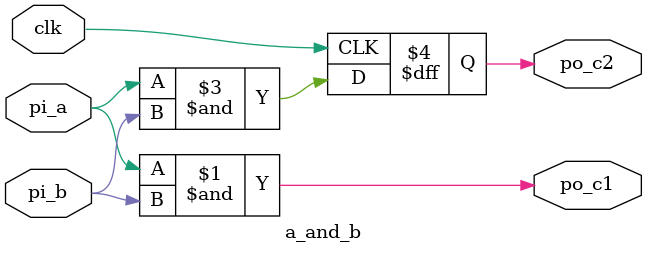
<source format=v>

module a_and_b(
input wire pi_a,
input wire pi_b,
input wire clk,
output wire po_c1,// 组合逻辑
output reg po_c2 //时序逻辑
	);
assign po_c1 = pi_a & pi_b; //wire 类型的是assign

always @(posedge clk) begin  //reg类型的是always
	po_c2<=pi_a&pi_b;  //将pi_a和pi_b以时钟的形式赋值给po_c2
end

endmodule
</source>
